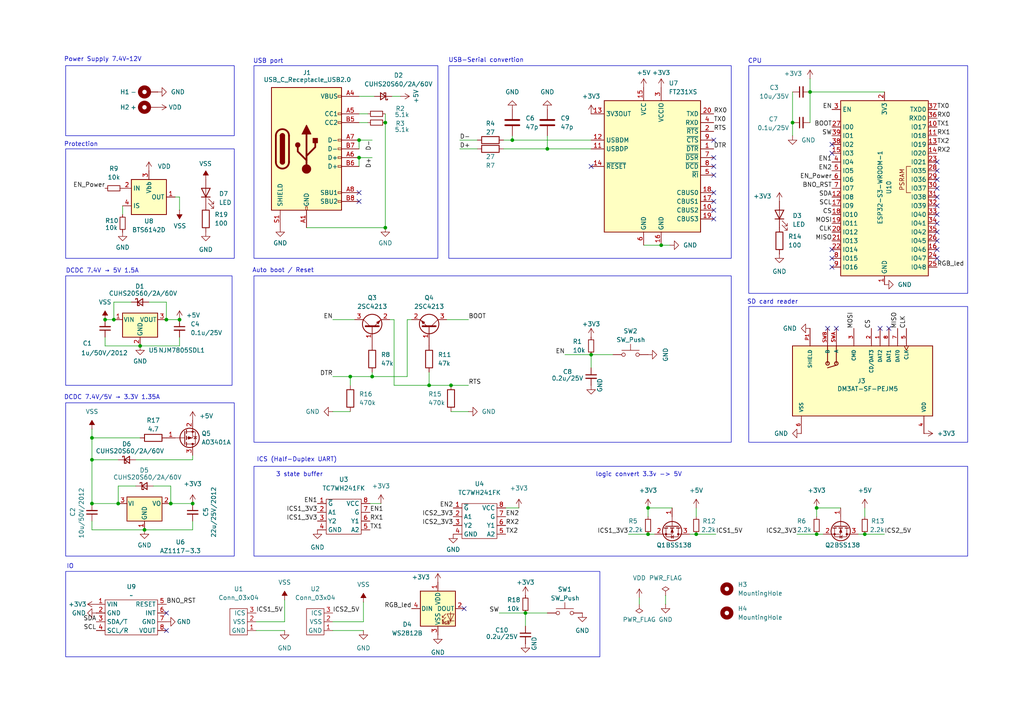
<source format=kicad_sch>
(kicad_sch (version 20231120) (generator "eeschema") (generator_version "8.0")
  (paper "A4")
  (junction (at 148.59 40.64))
  (junction (at 26.67 127))
  (junction (at 104.14 40.64))
  (junction (at 26.67 133.35))
  (junction (at 41.91 153.67))
  (junction (at 158.75 43.18))
  (junction (at 250.825 154.94))
  (junction (at 111.76 35.56))
  (junction (at 234.95 26.67))
  (junction (at 40.64 100.33))
  (junction (at 34.29 146.05))
  (junction (at 26.67 146.05))
  (junction (at 33.02 92.71))
  (junction (at 49.53 146.05))
  (junction (at 130.81 111.76))
  (junction (at 101.6 109.22))
  (junction (at 55.88 146.05))
  (junction (at 30.48 92.71))
  (junction (at 191.77 71.12))
  (junction (at 107.95 109.22))
  (junction (at 152.4 177.8))
  (junction (at 187.96 154.94))
  (junction (at 201.93 154.94))
  (junction (at 111.76 66.04))
  (junction (at 229.87 35.56))
  (junction (at 187.96 147.32))
  (junction (at 171.45 102.87))
  (junction (at 52.07 92.71))
  (junction (at 48.26 92.71))
  (junction (at 124.46 111.76))
  (junction (at 104.14 45.72))
  (junction (at 236.855 147.32))
  (junction (at 236.855 154.94))
  (no_connect (at 271.78 46.99))
  (no_connect (at 207.01 63.5))
  (no_connect (at 104.14 58.42))
  (no_connect (at 255.27 95.25))
  (no_connect (at 271.78 69.85))
  (no_connect (at 271.78 62.23))
  (no_connect (at 48.26 182.88))
  (no_connect (at 271.78 59.69))
  (no_connect (at 48.26 177.8))
  (no_connect (at 271.78 64.77))
  (no_connect (at 257.81 95.25))
  (no_connect (at 207.01 50.8))
  (no_connect (at 271.78 72.39))
  (no_connect (at 241.3 41.91))
  (no_connect (at 271.78 74.93))
  (no_connect (at 207.01 55.88))
  (no_connect (at 207.01 58.42))
  (no_connect (at 271.78 57.15))
  (no_connect (at 134.62 176.53))
  (no_connect (at 241.3 72.39))
  (no_connect (at 171.45 48.26))
  (no_connect (at 242.57 95.25))
  (no_connect (at 207.01 40.64))
  (no_connect (at 104.14 55.88))
  (no_connect (at 271.78 54.61))
  (no_connect (at 241.3 74.93))
  (no_connect (at 271.78 49.53))
  (no_connect (at 207.01 60.96))
  (no_connect (at 240.03 95.25))
  (no_connect (at 207.01 48.26))
  (no_connect (at 241.3 44.45))
  (no_connect (at 271.78 67.31))
  (no_connect (at 241.3 77.47))
  (no_connect (at 207.01 45.72))
  (no_connect (at 271.78 52.07))
  (wire (pts (xy 48.26 92.71) (xy 52.07 92.71)))
  (wire (pts (xy 55.88 151.13) (xy 55.88 153.67)))
  (wire (pts (xy 148.59 40.64) (xy 171.45 40.64)))
  (wire (pts (xy 104.14 33.02) (xy 106.68 33.02)))
  (wire (pts (xy 148.59 39.37) (xy 148.59 40.64)))
  (wire (pts (xy 34.29 133.35) (xy 26.67 133.35)))
  (wire (pts (xy 105.41 174.625) (xy 105.41 180.34)))
  (wire (pts (xy 111.76 35.56) (xy 111.76 66.04)))
  (wire (pts (xy 130.81 111.76) (xy 135.89 111.76)))
  (wire (pts (xy 158.75 39.37) (xy 158.75 43.18)))
  (wire (pts (xy 96.52 109.22) (xy 101.6 109.22)))
  (wire (pts (xy 104.14 27.94) (xy 108.585 27.94)))
  (wire (pts (xy 88.9 66.04) (xy 111.76 66.04)))
  (wire (pts (xy 158.75 43.18) (xy 171.45 43.18)))
  (wire (pts (xy 186.69 71.12) (xy 191.77 71.12)))
  (wire (pts (xy 107.95 40.64) (xy 104.14 40.64)))
  (wire (pts (xy 171.45 102.87) (xy 171.45 106.68)))
  (wire (pts (xy 163.83 102.87) (xy 171.45 102.87)))
  (wire (pts (xy 52.07 97.79) (xy 52.07 100.33)))
  (wire (pts (xy 133.35 43.18) (xy 138.43 43.18)))
  (wire (pts (xy 250.825 154.94) (xy 256.54 154.94)))
  (wire (pts (xy 26.67 151.13) (xy 26.67 153.67)))
  (wire (pts (xy 49.53 140.97) (xy 49.53 146.05)))
  (wire (pts (xy 113.03 92.71) (xy 114.3 92.71)))
  (wire (pts (xy 187.96 147.32) (xy 187.96 149.86)))
  (wire (pts (xy 110.49 146.05) (xy 107.315 146.05)))
  (wire (pts (xy 171.45 102.87) (xy 177.8 102.87)))
  (wire (pts (xy 150.495 147.32) (xy 146.685 147.32)))
  (wire (pts (xy 114.3 92.71) (xy 114.3 111.76)))
  (wire (pts (xy 52.07 57.15) (xy 52.07 60.96)))
  (wire (pts (xy 114.3 111.76) (xy 124.46 111.76)))
  (wire (pts (xy 236.855 154.94) (xy 238.76 154.94)))
  (wire (pts (xy 234.95 26.67) (xy 256.54 26.67)))
  (wire (pts (xy 104.14 35.56) (xy 106.68 35.56)))
  (wire (pts (xy 146.05 40.64) (xy 148.59 40.64)))
  (wire (pts (xy 107.95 109.22) (xy 118.11 109.22)))
  (wire (pts (xy 201.93 154.94) (xy 207.645 154.94)))
  (wire (pts (xy 191.77 71.12) (xy 194.31 71.12)))
  (wire (pts (xy 201.93 147.32) (xy 201.93 149.86)))
  (wire (pts (xy 124.46 107.95) (xy 124.46 111.76)))
  (wire (pts (xy 30.48 92.71) (xy 33.02 92.71)))
  (wire (pts (xy 38.1 87.63) (xy 33.02 87.63)))
  (wire (pts (xy 30.48 97.79) (xy 30.48 100.33)))
  (wire (pts (xy 82.55 173.99) (xy 82.55 180.34)))
  (wire (pts (xy 96.52 119.38) (xy 101.6 119.38)))
  (wire (pts (xy 26.67 153.67) (xy 41.91 153.67)))
  (wire (pts (xy 44.45 140.97) (xy 49.53 140.97)))
  (wire (pts (xy 39.37 133.35) (xy 55.88 133.35)))
  (wire (pts (xy 250.825 147.32) (xy 250.825 149.86)))
  (wire (pts (xy 152.4 177.8) (xy 152.4 181.61)))
  (wire (pts (xy 107.95 107.95) (xy 107.95 109.22)))
  (wire (pts (xy 26.67 127) (xy 40.64 127)))
  (wire (pts (xy 144.78 177.8) (xy 152.4 177.8)))
  (wire (pts (xy 50.8 57.15) (xy 52.07 57.15)))
  (wire (pts (xy 101.6 109.22) (xy 101.6 111.76)))
  (wire (pts (xy 234.95 22.86) (xy 234.95 26.67)))
  (wire (pts (xy 133.35 40.64) (xy 138.43 40.64)))
  (wire (pts (xy 48.26 87.63) (xy 48.26 92.71)))
  (wire (pts (xy 229.87 35.56) (xy 229.87 39.37)))
  (wire (pts (xy 113.665 27.94) (xy 116.205 27.94)))
  (wire (pts (xy 55.88 133.35) (xy 55.88 132.08)))
  (wire (pts (xy 152.4 177.8) (xy 158.75 177.8)))
  (wire (pts (xy 193.04 172.72) (xy 193.04 175.26)))
  (wire (pts (xy 104.14 40.64) (xy 104.14 43.18)))
  (wire (pts (xy 236.855 147.32) (xy 243.84 147.32)))
  (wire (pts (xy 107.95 45.72) (xy 104.14 45.72)))
  (wire (pts (xy 52.07 100.33) (xy 40.64 100.33)))
  (wire (pts (xy 119.38 92.71) (xy 118.11 92.71)))
  (wire (pts (xy 118.11 92.71) (xy 118.11 109.22)))
  (wire (pts (xy 26.67 146.05) (xy 34.29 146.05)))
  (wire (pts (xy 231.14 154.94) (xy 236.855 154.94)))
  (wire (pts (xy 182.245 154.94) (xy 187.96 154.94)))
  (wire (pts (xy 129.54 92.71) (xy 135.89 92.71)))
  (wire (pts (xy 33.02 87.63) (xy 33.02 92.71)))
  (wire (pts (xy 250.825 154.94) (xy 248.92 154.94)))
  (wire (pts (xy 26.67 124.46) (xy 26.67 127)))
  (wire (pts (xy 105.41 180.34) (xy 96.52 180.34)))
  (wire (pts (xy 187.96 154.94) (xy 189.865 154.94)))
  (wire (pts (xy 104.14 45.72) (xy 104.14 48.26)))
  (wire (pts (xy 26.67 127) (xy 26.67 133.35)))
  (wire (pts (xy 34.29 140.97) (xy 34.29 146.05)))
  (wire (pts (xy 229.87 26.67) (xy 229.87 35.56)))
  (wire (pts (xy 146.05 43.18) (xy 158.75 43.18)))
  (wire (pts (xy 101.6 109.22) (xy 107.95 109.22)))
  (wire (pts (xy 26.67 133.35) (xy 26.67 146.05)))
  (wire (pts (xy 187.96 147.32) (xy 194.945 147.32)))
  (wire (pts (xy 43.18 87.63) (xy 48.26 87.63)))
  (wire (pts (xy 39.37 140.97) (xy 34.29 140.97)))
  (wire (pts (xy 74.295 182.88) (xy 82.55 182.88)))
  (wire (pts (xy 130.81 119.38) (xy 135.89 119.38)))
  (wire (pts (xy 30.48 100.33) (xy 40.64 100.33)))
  (wire (pts (xy 41.91 153.67) (xy 55.88 153.67)))
  (wire (pts (xy 82.55 180.34) (xy 74.295 180.34)))
  (wire (pts (xy 96.52 182.88) (xy 105.41 182.88)))
  (wire (pts (xy 185.42 173.355) (xy 185.42 175.26)))
  (wire (pts (xy 96.52 92.71) (xy 102.87 92.71)))
  (wire (pts (xy 201.93 154.94) (xy 200.025 154.94)))
  (wire (pts (xy 236.855 147.32) (xy 236.855 149.86)))
  (wire (pts (xy 111.76 33.02) (xy 111.76 35.56)))
  (wire (pts (xy 234.95 26.67) (xy 234.95 35.56)))
  (wire (pts (xy 49.53 146.05) (xy 55.88 146.05)))
  (wire (pts (xy 124.46 111.76) (xy 130.81 111.76)))
  (wire (pts (xy 35.56 59.69) (xy 35.56 62.23)))
  (rectangle (start 19.05 19.05) (end 67.945 39.37))
  (rectangle (start 73.66 135.255) (end 280.67 161.29))
  (rectangle (start 130.175 19.05) (end 212.09 74.93))
  (rectangle (start 19.05 165.735) (end 173.99 190.5))
  (rectangle (start 217.17 19.05) (end 280.67 85.09))
  (rectangle (start 217.17 88.9) (end 280.67 128.27))
  (rectangle (start 73.66 19.05) (end 127 74.93))
  (rectangle (start 19.05 116.84) (end 67.945 161.29))
  (rectangle (start 19.05 43.18) (end 67.945 74.93))
  (rectangle (start 73.66 80.01) (end 212.09 128.27))
  (rectangle (start 19.05 80.01) (end 67.31 111.76))
  (text "USB-Serial convertion" (at 130.048 18.288 0) (effects (font (size 1.27 1.27)) (justify left bottom)))
  (text "logic convert 3.3v -> 5V" (at 172.72 138.43 0) (effects (font (size 1.27 1.27)) (justify left bottom)))
  (text "ICS (Half-Duplex UART)" (at 74.422 134.112 0) (effects (font (size 1.27 1.27)) (justify left bottom)))
  (text "3 state buffer" (at 80.01 138.43 0) (effects (font (size 1.27 1.27)) (justify left bottom)))
  (text "CPU" (at 216.916 18.542 0) (effects (font (size 1.27 1.27)) (justify left bottom)))
  (text "SD card reader" (at 216.662 88.392 0) (effects (font (size 1.27 1.27)) (justify left bottom)))
  (text "IO" (at 19.304 165.1 0) (effects (font (size 1.27 1.27)) (justify left bottom)))
  (text "Auto boot / Reset" (at 73.152 79.248 0) (effects (font (size 1.27 1.27)) (justify left bottom)))
  (text "Protection" (at 18.542 42.672 0) (effects (font (size 1.27 1.27)) (justify left bottom)))
  (text "DCDC 7.4V → 5V 1.5A" (at 19.05 79.375 0) (effects (font (size 1.27 1.27)) (justify left bottom)))
  (text "DCDC 7.4V/5V → 3.3V 1.35A" (at 18.542 116.078 0) (effects (font (size 1.27 1.27)) (justify left bottom)))
  (text "Power Supply 7.4V~12V" (at 18.542 18.034 0) (effects (font (size 1.27 1.27)) (justify left bottom)))
  (text "USB port" (at 73.406 18.542 0) (effects (font (size 1.27 1.27)) (justify left bottom)))
  (label "RGB_led" (at 271.78 77.47 0))
  (label "EN1" (at 241.3 46.99 180))
  (label "BNO_RST" (at 48.26 175.26 0))
  (label "EN2" (at 146.685 149.86 0))
  (label "RGB_led" (at 119.38 176.53 180))
  (label "CS" (at 252.73 95.25 90))
  (label "RX2" (at 271.78 44.45 0))
  (label "SCL" (at 27.94 182.88 180))
  (label "CLK" (at 241.3 67.31 180))
  (label "SDA" (at 27.94 180.34 180))
  (label "D-" (at 133.35 40.64 0))
  (label "MOSI" (at 241.3 64.77 180))
  (label "DTR" (at 207.01 43.18 0))
  (label "SCL" (at 241.3 59.69 180))
  (label "D-" (at 107.95 40.64 270))
  (label "ICS1_5V" (at 207.645 154.94 0))
  (label "ICS2_3V3" (at 231.14 154.94 180))
  (label "D+" (at 107.95 45.72 270))
  (label "D+" (at 133.35 43.18 0))
  (label "RX2" (at 146.685 152.4 0))
  (label "EN" (at 163.83 102.87 180))
  (label "EN" (at 241.3 31.75 180))
  (label "EN_Power" (at 241.3 52.07 180))
  (label "ICS1_3V3" (at 92.075 148.59 180))
  (label "TX1" (at 107.315 153.67 0))
  (label "ICS2_5V" (at 256.54 154.94 0))
  (label "ICS2_3V3" (at 131.445 152.4 180))
  (label "ICS2_3V3" (at 131.445 149.86 180))
  (label "RX0" (at 207.01 33.02 0))
  (label "RTS" (at 207.01 38.1 0))
  (label "DTR" (at 96.52 109.22 180))
  (label "CS" (at 241.3 62.23 180))
  (label "EN_Power" (at 30.48 54.61 180))
  (label "BOOT" (at 135.89 92.71 0))
  (label "EN" (at 96.52 92.71 180))
  (label "MISO" (at 241.3 69.85 180))
  (label "TX2" (at 146.685 154.94 0))
  (label "RTS" (at 135.89 111.76 0))
  (label "EN1" (at 107.315 148.59 0))
  (label "CLK" (at 262.89 95.25 90))
  (label "BOOT" (at 241.3 36.83 180))
  (label "ICS1_5V" (at 74.295 177.8 0))
  (label "RX0" (at 271.78 34.29 0))
  (label "SW" (at 144.78 177.8 180))
  (label "MISO" (at 260.35 95.25 90))
  (label "TX0" (at 271.78 31.75 0))
  (label "ICS1_3V3" (at 182.245 154.94 180))
  (label "BNO_RST" (at 241.3 54.61 180))
  (label "EN2" (at 131.445 147.32 180))
  (label "ICS1_3V3" (at 92.075 151.13 180))
  (label "MOSI" (at 247.65 95.25 90))
  (label "RX1" (at 271.78 39.37 0))
  (label "RX1" (at 107.315 151.13 0))
  (label "SDA" (at 241.3 57.15 180))
  (label "EN2" (at 241.3 49.53 180))
  (label "TX1" (at 271.78 36.83 0))
  (label "ICS2_5V" (at 96.52 177.8 0))
  (label "TX0" (at 207.01 35.56 0))
  (label "TX2" (at 271.78 41.91 0))
  (label "EN1" (at 92.075 146.05 180))
  (label "SW" (at 241.3 39.37 180))
  (symbol (lib_id "power:GND") (at 105.41 182.88 0) (unit 1)
    (property "Reference" "#PWR014" (effects (hide yes)))
    (property "Value" "GND" (at 105.41 187.96 0))
    (property "Description" "Power symbol creates a global label with name \"GND\" , ground" (effects (hide yes)))
  )
  (symbol (lib_id "power:GND") (at 193.04 175.26 0) (unit 1)
    (property "Reference" "#PWR037" (effects (hide yes)))
    (property "Value" "GND" (at 193.04 179.705 0))
    (property "Description" "Power symbol creates a global label with name \"GND\" , ground" (effects (hide yes)))
  )
  (symbol (lib_id "power:GND") (at 92.075 153.67 0) (unit 1)
    (property "Reference" "#PWR019" (effects (hide yes)))
    (property "Value" "GND" (at 92.075 158.75 0))
    (property "Description" "Power symbol creates a global label with name \"GND\" , ground" (effects (hide yes)))
  )
  (symbol (lib_id "power:GND") (at 40.64 100.33 0) (unit 1)
    (property "Reference" "#PWR025" (effects (hide yes)))
    (property "Value" "GND" (at 40.64 104.775 0))
    (property "Description" "Power symbol creates a global label with name \"GND\" , ground" (effects (hide yes)))
  )
  (symbol (lib_id "Mechanical:MountingHole") (at 210.82 177.8 0) (unit 1)
    (property "Reference" "H4" (at 213.995 176.5299 0) (effects (justify left)))
    (property "Value" "MountingHole" (at 213.995 179.0699 0) (effects (justify left)))
    (property "Footprint" "Mounting:MountingHole_3.2mm_M3_DIN965" (effects (hide yes)))
    (property "Description" "Mounting Hole without connection" (effects (hide yes)))
  )
  (symbol (lib_id "Device:C") (at 158.75 35.56 0) (unit 1)
    (property "Reference" "C9" (at 162.56 34.2899 0) (effects (justify left)))
    (property "Value" "47p" (at 162.56 36.8299 0) (effects (justify left)))
    (property "Description" "Unpolarized capacitor" (effects (hide yes)))
  )
  (symbol (lib_id "power:PWR_FLAG") (at 185.42 175.26 180) (unit 1)
    (property "Reference" "#FLG01" (effects (hide yes)))
    (property "Value" "PWR_FLAG" (at 185.42 179.705 0))
    (property "Description" "Special symbol for telling ERC where power comes from" (effects (hide yes)))
  )
  (symbol (lib_id "Device:R_Small") (at 35.56 64.77 0) (unit 1)
    (property "Reference" "R10" (at 30.48 64.008 0) (effects (justify left)))
    (property "Value" "10k" (at 30.48 66.04 0) (effects (justify left)))
    (property "Footprint" "Resistor_SMD:R_0603_1608Metric" (effects (hide yes)))
    (property "Description" "Resistor, small symbol" (effects (hide yes)))
  )
  (symbol (lib_id "power:+3V3") (at 127 168.91 0) (unit 1)
    (property "Reference" "#PWR047" (effects (hide yes)))
    (property "Value" "+3V3" (at 124.714 167.386 0) (effects (justify right)))
    (property "Description" "Power symbol creates a global label with name \"+3V3\"" (effects (hide yes)))
  )
  (symbol (lib_id "Device:LED") (at 226.06 62.23 90) (unit 1)
    (property "Reference" "D3" (at 229.87 62.5474 90) (effects (justify right)))
    (property "Value" "LED" (at 229.87 65.0874 90) (effects (justify right)))
    (property "Description" "Light emitting diode" (effects (hide yes)))
  )
  (symbol (lib_id "Device:R_Small") (at 236.855 152.4 0) (unit 1)
    (property "Reference" "R6" (at 231.14 151.13 0) (effects (justify left)))
    (property "Value" "2.2k" (at 231.14 153.67 0) (effects (justify left)))
    (property "Footprint" "Resistor_SMD:R_0603_1608Metric" (effects (hide yes)))
    (property "Description" "Resistor, small symbol" (effects (hide yes)))
  )
  (symbol (lib_id "power:VSS") (at 59.69 52.07 0) (unit 1)
    (property "Reference" "#PWR055" (effects (hide yes)))
    (property "Value" "VSS" (at 61.468 47.498 0) (effects (justify right)))
    (property "Description" "Power symbol creates a global label with name \"VSS\"" (effects (hide yes)))
  )
  (symbol (lib_id "power:GND") (at 152.4 186.69 0) (unit 1)
    (property "Reference" "#PWR053" (effects (hide yes)))
    (property "Value" "GND" (at 154.94 188.722 90) (effects (justify left)))
    (property "Description" "Power symbol creates a global label with name \"GND\" , ground" (effects (hide yes)))
  )
  (symbol (lib_id "power:+3V3") (at 236.855 147.32 0) (unit 1)
    (property "Reference" "#PWR03" (effects (hide yes)))
    (property "Value" "+3V3" (at 236.855 142.24 0))
    (property "Description" "Power symbol creates a global label with name \"+3V3\"" (effects (hide yes)))
  )
  (symbol (lib_id "Device:R_Small") (at 33.02 54.61 270) (mirror x) (unit 1)
    (property "Reference" "R9" (at 33.02 48.895 90))
    (property "Value" "10k" (at 33.02 51.435 90))
    (property "Footprint" "Resistor_SMD:R_0603_1608Metric" (effects (hide yes)))
    (property "Description" "Resistor, small symbol" (effects (hide yes)))
  )
  (symbol (lib_id "Transistor_BJT:2SC4213") (at 107.95 95.25 90) (unit 1)
    (property "Reference" "Q3" (at 107.95 86.36 90))
    (property "Value" "2SC4213" (at 107.95 88.9 90))
    (property "Footprint" "Package_TO_SOT_SMD:SOT-323_SC-70" (effects (hide yes)))
    (property "Datasheet" "https://toshiba.semicon-storage.com/info/docget.jsp?did=19305&prodName=2SC4213" (effects (hide yes)))
    (property "Description" "0.3A Ic, 20V Vce, NPN Transistor, For Muting and Switching, SOT-323" (effects (hide yes)))
  )
  (symbol (lib_id "Device:C_Small") (at 232.41 26.67 90) (unit 1)
    (property "Reference" "C3" (at 224.536 25.4 90))
    (property "Value" "10u/35V" (at 224.536 27.94 90))
    (property "Footprint" "Capacitor_SMD:C_0603_1608Metric" (effects (hide yes)))
    (property "Description" "Unpolarized capacitor, small symbol" (effects (hide yes)))
  )
  (symbol (lib_id "Device:C_Small") (at 171.45 109.22 0) (unit 1)
    (property "Reference" "C8" (at 164.592 107.823 0))
    (property "Value" "0.2u/25V" (at 164.592 109.728 0))
    (property "Footprint" "Capacitor_SMD:C_0603_1608Metric" (effects (hide yes)))
    (property "Description" "Unpolarized capacitor, small symbol" (effects (hide yes)))
  )
  (symbol (lib_id "power:GND") (at 45.72 26.67 90) (mirror x) (unit 1)
    (property "Reference" "#PWR01" (effects (hide yes)))
    (property "Value" "GND" (at 49.53 26.6699 90) (effects (justify right)))
    (property "Description" "Power symbol creates a global label with name \"GND\" , ground" (effects (hide yes)))
  )
  (symbol (lib_id "power:VDD") (at 43.18 49.53 0) (unit 1)
    (property "Reference" "#PWR039" (effects (hide yes)))
    (property "Value" "VDD" (at 45.72 48.2599 0) (effects (justify left)))
    (property "Description" "Power symbol creates a global label with name \"VDD\"" (effects (hide yes)))
  )
  (symbol (lib_id "IMU:BNO055") (at 38.1 172.72 0) (unit 1)
    (property "Reference" "U9" (at 38.1 170.18 0))
    (property "Value" "~" (at 38.1 172.72 0))
    (property "Footprint" "IMU:BNO055" (effects (hide yes)))
  )
  (symbol (lib_id "power:GND") (at 168.91 177.8 0) (unit 1)
    (property "Reference" "#PWR054" (effects (hide yes)))
    (property "Value" "GND" (at 168.91 182.88 0))
    (property "Description" "Power symbol creates a global label with name \"GND\" , ground" (effects (hide yes)))
  )
  (symbol (lib_id "Transistor_FET:BSS138") (at 243.84 152.4 270) (unit 1)
    (property "Reference" "Q2" (at 240.665 158.115 90))
    (property "Value" "BSS138" (at 245.745 158.115 90))
    (property "Footprint" "Package_TO_SOT_SMD:SOT-23" (effects (hide yes)))
    (property "Datasheet" "https://www.onsemi.com/pub/Collateral/BSS138-D.PDF" (effects (hide yes)))
    (property "Description" "50V Vds, 0.22A Id, N-Channel MOSFET, SOT-23" (effects (hide yes)))
  )
  (symbol (lib_id "power:VSS") (at 52.07 60.96 180) (unit 1)
    (property "Reference" "#PWR043" (effects (hide yes)))
    (property "Value" "VSS" (at 50.292 65.532 0) (effects (justify right)))
    (property "Description" "Power symbol creates a global label with name \"VSS\"" (effects (hide yes)))
  )
  (symbol (lib_id "Connector:USB_C_Receptacle_USB2.0") (at 88.9 43.18 0) (unit 1)
    (property "Reference" "J1" (at 89.027 21.082 0))
    (property "Value" "USB_C_Receptacle_USB2.0" (at 89.154 23.114 0))
    (property "Footprint" "Connector_USB:USB_C_Receptacle_XKB_U262-16XN-4BVC11" (effects (hide yes)))
    (property "Datasheet" "https://www.usb.org/sites/default/files/documents/usb_type-c.zip" (effects (hide yes)))
  )
  (symbol (lib_id "Device:C") (at 148.59 35.56 0) (unit 1)
    (property "Reference" "C6" (at 152.4 34.2899 0) (effects (justify left)))
    (property "Value" "47p" (at 152.4 36.8299 0) (effects (justify left)))
    (property "Description" "Unpolarized capacitor" (effects (hide yes)))
  )
  (symbol (lib_id "power:+5V") (at 55.88 121.92 0) (unit 1)
    (property "Reference" "#PWR050" (effects (hide yes)))
    (property "Value" "+5V" (at 57.785 120.65 0) (effects (justify left)))
    (property "Description" "Power symbol creates a global label with name \"+5V\"" (effects (hide yes)))
  )
  (symbol (lib_id "Device:C_Small") (at 55.88 148.59 0) (unit 1)
    (property "Reference" "C5" (at 59.69 149.86 90) (effects (justify left)))
    (property "Value" "22u/25V/2012" (at 61.976 155.956 90) (effects (justify left)))
    (property "Footprint" "Capacitor_SMD:C_0805_2012Metric" (effects (hide yes)))
    (property "Description" "Unpolarized capacitor, small symbol" (effects (hide yes)))
  )
  (symbol (lib_id "Transistor_BJT:2SC4213") (at 124.46 95.25 270) (mirror x) (unit 1)
    (property "Reference" "Q4" (at 124.46 86.36 90))
    (property "Value" "2SC4213" (at 124.46 88.9 90))
    (property "Footprint" "Package_TO_SOT_SMD:SOT-323_SC-70" (effects (hide yes)))
    (property "Datasheet" "https://toshiba.semicon-storage.com/info/docget.jsp?did=19305&prodName=2SC4213" (effects (hide yes)))
    (property "Description" "0.3A Ic, 20V Vce, NPN Transistor, For Muting and Switching, SOT-323" (effects (hide yes)))
  )
  (symbol (lib_id "Regulator_Linear:AZ1117-3.3") (at 41.91 146.05 0) (unit 1)
    (property "Reference" "U6" (at 52.324 157.226 0))
    (property "Value" "AZ1117-3.3" (at 52.324 159.766 0))
    (property "Footprint" "Package_TO_SOT_SMD:SOT-223-3_TabPin2" (effects (hide yes)))
    (property "Datasheet" "https://www.diodes.com/assets/Datasheets/AZ1117.pdf" (effects (hide yes)))
    (property "Description" "1A 20V Fixed LDO Linear Regulator, 3.3V, SOT-89/SOT-223/TO-220/TO-252/TO-263" (effects (hide yes)))
  )
  (symbol (lib_id "Transistor_FET:BSS138") (at 194.945 152.4 270) (unit 1)
    (property "Reference" "Q1" (at 191.77 158.115 90))
    (property "Value" "BSS138" (at 196.85 158.115 90))
    (property "Footprint" "Package_TO_SOT_SMD:SOT-23" (effects (hide yes)))
    (property "Datasheet" "https://www.onsemi.com/pub/Collateral/BSS138-D.PDF" (effects (hide yes)))
    (property "Description" "50V Vds, 0.22A Id, N-Channel MOSFET, SOT-23" (effects (hide yes)))
  )
  (symbol (lib_id "Device:R") (at 59.69 63.5 0) (unit 1)
    (property "Reference" "R19" (at 62.23 62.2299 0) (effects (justify left)))
    (property "Value" "100" (at 62.23 64.7699 0) (effects (justify left)))
    (property "Description" "Resistor" (effects (hide yes)))
  )
  (symbol (lib_id "Device:R") (at 124.46 104.14 0) (unit 1)
    (property "Reference" "R11" (at 127 102.8699 0) (effects (justify left)))
    (property "Value" "47k" (at 127 105.4099 0) (effects (justify left)))
    (property "Description" "Resistor" (effects (hide yes)))
  )
  (symbol (lib_id "power:GND") (at 81.28 66.04 0) (unit 1)
    (property "Reference" "#PWR032" (effects (hide yes)))
    (property "Value" "GND" (at 81.28 70.485 0))
    (property "Description" "Power symbol creates a global label with name \"GND\" , ground" (effects (hide yes)))
  )
  (symbol (lib_id "RF_Module:ESP32-S3-WROOM-1") (at 256.54 54.61 0) (unit 1)
    (property "Reference" "U10" (at 257.81 54.356 90))
    (property "Value" "ESP32-S3-WROOM-1" (at 255.27 54.356 90))
    (property "Footprint" "RF_Module:ESP32-S3-WROOM-1" (effects (hide yes)))
    (property "Datasheet" "https://www.espressif.com/sites/default/files/documentation/esp32-s3-wroom-1_wroom-1u_datasheet_en.pdf" (effects (hide yes)))
    (property "Description" "RF Module, ESP32-S3 SoC, Wi-Fi 802.11b/g/n, Bluetooth, BLE, 32-bit, 3.3V, onboard antenna, SMD" (effects (hide yes)))
  )
  (symbol (lib_id "Device:D_Schottky_Small") (at 36.83 133.35 0) (unit 1)
    (property "Reference" "D6" (at 38.1 128.778 0) (effects (justify right)))
    (property "Value" "CUHS20S60/2A/60V" (at 47.625 130.81 0) (effects (justify right)))
    (property "Footprint" "Diode:Diode_US2H" (effects (hide yes)))
    (property "Description" "Schottky diode, small symbol" (effects (hide yes)))
  )
  (symbol (lib_id "Device:R") (at 44.45 127 90) (unit 1)
    (property "Reference" "R17" (at 44.45 121.92 90))
    (property "Value" "4.7" (at 44.45 124.46 90))
    (property "Description" "Resistor" (effects (hide yes)))
  )
  (symbol (lib_id "power:GND") (at 111.76 66.04 0) (unit 1)
    (property "Reference" "#PWR011" (effects (hide yes)))
    (property "Value" "GND" (at 111.76 70.485 0))
    (property "Description" "Power symbol creates a global label with name \"GND\" , ground" (effects (hide yes)))
  )
  (symbol (lib_id "power:GND") (at 59.69 67.31 0) (unit 1)
    (property "Reference" "#PWR056" (effects (hide yes)))
    (property "Value" "GND" (at 59.69 72.39 0))
    (property "Description" "Power symbol creates a global label with name \"GND\" , ground" (effects (hide yes)))
  )
  (symbol (lib_id "power:GND") (at 48.26 180.34 90) (mirror x) (unit 1)
    (property "Reference" "#PWR049" (effects (hide yes)))
    (property "Value" "GND" (at 55.372 180.34 90) (effects (justify left)))
    (property "Description" "Power symbol creates a global label with name \"GND\" , ground" (effects (hide yes)))
  )
  (symbol (lib_id "LED:WS2812B") (at 127 176.53 0) (unit 1)
    (property "Reference" "D4" (at 118.11 181.102 0))
    (property "Value" "WS2812B" (at 118.11 183.642 0))
    (property "Footprint" "LED_SMD:LED_WS2812B_PLCC4_5.0x5.0mm_P3.2mm" (effects (hide yes)))
    (property "Datasheet" "https://cdn-shop.adafruit.com/datasheets/WS2812B.pdf" (effects (hide yes)))
    (property "Description" "RGB LED with integrated controller" (effects (hide yes)))
  )
  (symbol (lib_id "Interface_USB:FT231XS") (at 189.23 48.26 0) (unit 1)
    (property "Reference" "U7" (at 193.9641 24.13 0) (effects (justify left)))
    (property "Value" "FT231XS" (at 193.9641 26.67 0) (effects (justify left)))
    (property "Footprint" "Package_SO:SSOP-20_3.9x8.7mm_P0.635mm" (effects (hide yes)))
    (property "Datasheet" "https://www.ftdichip.com/Support/Documents/DataSheets/ICs/DS_FT231X.pdf" (effects (hide yes)))
    (property "Description" "Full Speed USB to Full Handshake UART, SSOP-20" (effects (hide yes)))
  )
  (symbol (lib_id "power:+3V3") (at 55.88 146.05 0) (unit 1)
    (property "Reference" "#PWR031" (effects (hide yes)))
    (property "Value" "+3V3" (at 55.88 140.335 0))
    (property "Description" "Power symbol creates a global label with name \"+3V3\"" (effects (hide yes)))
  )
  (symbol (lib_id "power:+5V") (at 250.825 147.32 0) (unit 1)
    (property "Reference" "#PWR018" (effects (hide yes)))
    (property "Value" "+5V" (at 250.825 142.24 0))
    (property "Description" "Power symbol creates a global label with name \"+5V\"" (effects (hide yes)))
  )
  (symbol (lib_id "Device:C_Small") (at 30.48 95.25 0) (mirror x) (unit 1)
    (property "Reference" "C1" (at 26.67 99.568 0) (effects (justify right)))
    (property "Value" "1u/50V/2012" (at 37.084 102.362 0) (effects (justify right)))
    (property "Footprint" "Capacitor_SMD:C_0805_2012Metric" (effects (hide yes)))
    (property "Description" "Unpolarized capacitor, small symbol" (effects (hide yes)))
  )
  (symbol (lib_id "Device:R_Small") (at 187.96 152.4 0) (unit 1)
    (property "Reference" "R5" (at 182.245 151.13 0) (effects (justify left)))
    (property "Value" "2.2k" (at 182.245 153.67 0) (effects (justify left)))
    (property "Footprint" "Resistor_SMD:R_0603_1608Metric" (effects (hide yes)))
    (property "Description" "Resistor, small symbol" (effects (hide yes)))
  )
  (symbol (lib_id "Device:R_Small") (at 201.93 152.4 0) (mirror y) (unit 1)
    (property "Reference" "R12" (at 207.645 151.13 0) (effects (justify left)))
    (property "Value" "2.2k" (at 207.645 153.67 0) (effects (justify left)))
    (property "Footprint" "Resistor_SMD:R_0603_1608Metric" (effects (hide yes)))
    (property "Description" "Resistor, small symbol" (effects (hide yes)))
  )
  (symbol (lib_id "power:VSS") (at 105.41 174.625 0) (unit 1)
    (property "Reference" "#PWR013" (effects (hide yes)))
    (property "Value" "VSS" (at 105.41 169.545 0))
    (property "Description" "Power symbol creates a global label with name \"VSS\"" (effects (hide yes)))
  )
  (symbol (lib_id "Logic:TC7WH241FK") (at 139.065 144.78 0) (unit 1)
    (property "Reference" "U4" (at 139.065 140.335 0))
    (property "Value" "TC7WH241FK" (at 139.065 142.875 0))
    (property "Footprint" "Logic:US-8" (effects (hide yes)))
  )
  (symbol (lib_id "Switch:SW_Push") (at 163.83 177.8 0) (unit 1)
    (property "Reference" "SW1" (at 165.862 170.942 0) (effects (justify right)))
    (property "Value" "SW_Push" (at 168.148 173.482 0) (effects (justify right)))
    (property "Footprint" "Button_Switch_SMD:SKRPACE010" (effects (hide yes)))
    (property "Description" "Push button switch, generic, two pins" (effects (hide yes)))
  )
  (symbol (lib_id "power:+3V3") (at 171.45 97.79 0) (unit 1)
    (property "Reference" "#PWR07" (effects (hide yes)))
    (property "Value" "+3V3" (at 171.45 93.98 0))
    (property "Description" "Power symbol creates a global label with name \"+3V3\"" (effects (hide yes)))
  )
  (symbol (lib_id "Device:D_Schottky_Small") (at 111.125 27.94 180) (unit 1)
    (property "Reference" "D2" (at 115.57 21.844 0))
    (property "Value" "CUHS20S60/2A/60V" (at 115.57 24.384 0))
    (property "Footprint" "Diode:Diode_US2H" (effects (hide yes)))
    (property "Description" "Schottky diode, small symbol" (effects (hide yes)))
  )
  (symbol (lib_id "power:+5V") (at 186.69 25.4 0) (unit 1)
    (property "Reference" "#PWR034" (effects (hide yes)))
    (property "Value" "+5V" (at 186.69 21.082 0))
    (property "Description" "Power symbol creates a global label with name \"+5V\"" (effects (hide yes)))
  )
  (symbol (lib_id "power:+3V3") (at 191.77 25.4 0) (unit 1)
    (property "Reference" "#PWR045" (effects (hide yes)))
    (property "Value" "+3V3" (at 191.77 21.082 0))
    (property "Description" "Power symbol creates a global label with name \"+3V3\"" (effects (hide yes)))
  )
  (symbol (lib_id "power:GND") (at 234.95 95.25 270) (unit 1)
    (property "Reference" "#PWR017" (effects (hide yes)))
    (property "Value" "GND" (at 231.14 95.2499 90) (effects (justify right)))
    (property "Description" "Power symbol creates a global label with name \"GND\" , ground" (effects (hide yes)))
  )
  (symbol (lib_id "power:GND") (at 187.96 102.87 90) (unit 1)
    (property "Reference" "#PWR06" (effects (hide yes)))
    (property "Value" "GND" (at 193.04 102.87 0))
    (property "Description" "Power symbol creates a global label with name \"GND\" , ground" (effects (hide yes)))
  )
  (symbol (lib_id "power:GND") (at 127 184.15 0) (unit 1)
    (property "Reference" "#PWR048" (effects (hide yes)))
    (property "Value" "GND" (at 127 189.23 0))
    (property "Description" "Power symbol creates a global label with name \"GND\" , ground" (effects (hide yes)))
  )
  (symbol (lib_id "Transistor_FET:AO3401A") (at 53.34 127 0) (mirror x) (unit 1)
    (property "Reference" "Q5" (at 58.42 125.73 0) (effects (justify left)))
    (property "Value" "AO3401A" (at 58.42 128.27 0) (effects (justify left)))
    (property "Footprint" "Package_TO_SOT_SMD:SOT-23" (effects (hide yes)))
    (property "Datasheet" "http://www.aosmd.com/pdfs/datasheet/AO3401A.pdf" (effects (hide yes)))
    (property "Description" "-4.0A Id, -30V Vds, P-Channel MOSFET, SOT-23" (effects (hide yes)))
  )
  (symbol (lib_id "power:GND") (at 194.31 71.12 90) (unit 1)
    (property "Reference" "#PWR033" (effects (hide yes)))
    (property "Value" "GND" (at 198.12 71.1199 90) (effects (justify right)))
    (property "Description" "Power symbol creates a global label with name \"GND\" , ground" (effects (hide yes)))
  )
  (symbol (lib_id "power:GND") (at 27.94 177.8 270) (mirror x) (unit 1)
    (property "Reference" "#PWR04" (effects (hide yes)))
    (property "Value" "GND" (at 20.828 177.8 90) (effects (justify left)))
    (property "Description" "Power symbol creates a global label with name \"GND\" , ground" (effects (hide yes)))
  )
  (symbol (lib_id "Device:C_Small") (at 152.4 184.15 0) (unit 1)
    (property "Reference" "C10" (at 145.542 182.753 0))
    (property "Value" "0.2u/25V" (at 145.542 184.658 0))
    (property "Footprint" "Capacitor_SMD:C_0603_1608Metric" (effects (hide yes)))
    (property "Description" "Unpolarized capacitor, small symbol" (effects (hide yes)))
  )
  (symbol (lib_id "power:GND") (at 41.91 153.67 0) (unit 1)
    (property "Reference" "#PWR026" (effects (hide yes)))
    (property "Value" "GND" (at 41.91 158.115 0))
    (property "Description" "Power symbol creates a global label with name \"GND\" , ground" (effects (hide yes)))
  )
  (symbol (lib_id "Device:R_Small") (at 109.22 33.02 90) (unit 1)
    (property "Reference" "R2" (at 116.078 31.496 90))
    (property "Value" "5.1k" (at 116.586 33.274 90))
    (property "Footprint" "Resistor_SMD:R_0603_1608Metric" (effects (hide yes)))
    (property "Description" "Resistor, small symbol" (effects (hide yes)))
  )
  (symbol (lib_id "power:GND") (at 82.55 182.88 0) (unit 1)
    (property "Reference" "#PWR010" (effects (hide yes)))
    (property "Value" "GND" (at 82.55 187.96 0))
    (property "Description" "Power symbol creates a global label with name \"GND\" , ground" (effects (hide yes)))
  )
  (symbol (lib_id "Device:R_Small") (at 171.45 100.33 180) (unit 1)
    (property "Reference" "R1" (at 166.116 99.06 0) (effects (justify right)))
    (property "Value" "10k" (at 166.116 101.6 0) (effects (justify right)))
    (property "Footprint" "Resistor_SMD:R_0603_1608Metric" (effects (hide yes)))
    (property "Description" "Resistor, small symbol" (effects (hide yes)))
  )
  (symbol (lib_id "power:GND") (at 171.45 111.76 0) (unit 1)
    (property "Reference" "#PWR040" (effects (hide yes)))
    (property "Value" "GND" (at 173.99 113.792 90) (effects (justify left)))
    (property "Description" "Power symbol creates a global label with name \"GND\" , ground" (effects (hide yes)))
  )
  (symbol (lib_id "power:+3V3") (at 234.95 22.86 0) (unit 1)
    (property "Reference" "#PWR028" (effects (hide yes)))
    (property "Value" "+3V3" (at 232.664 21.336 0) (effects (justify right)))
    (property "Description" "Power symbol creates a global label with name \"+3V3\"" (effects (hide yes)))
  )
  (symbol (lib_id "Mechanical:MountingHole_Pad") (at 43.18 26.67 90) (unit 1)
    (property "Reference" "H1" (at 36.195 26.67 90))
    (property "Value" "-" (at 38.735 26.67 90))
    (property "Footprint" "MountingHole:MountingHole_2.5mm_Pad" (effects (hide yes)))
    (property "Description" "Mounting Hole with connection" (effects (hide yes)))
  )
  (symbol (lib_id "Regulator_Linear:AP2204R-1.5") (at 40.64 92.71 0) (unit 1)
    (property "Reference" "U5" (at 44.45 101.6 0))
    (property "Value" "NJM7805SDL1" (at 52.705 101.6 0))
    (property "Footprint" "Package_TO_SOT_SMD:SOT-89-3" (effects (hide yes)))
    (property "Datasheet" "https://www.diodes.com/assets/Datasheets/products_inactive_data/AP2204.pdf" (effects (hide yes)))
    (property "Description" "150mA low dropout linear regulator, wide input voltage range, 1.5V fixed positive output, SOT-89-3 package" (effects (hide yes)))
  )
  (symbol (lib_id "power:PWR_FLAG") (at 193.04 172.72 0) (unit 1)
    (property "Reference" "#FLG03" (effects (hide yes)))
    (property "Value" "PWR_FLAG" (at 193.04 167.64 0))
    (property "Description" "Special symbol for telling ERC where power comes from" (effects (hide yes)))
  )
  (symbol (lib_id "power:VDD") (at 185.42 173.355 0) (unit 1)
    (property "Reference" "#PWR027" (effects (hide yes)))
    (property "Value" "VDD" (at 185.42 167.64 0))
    (property "Description" "Power symbol creates a global label with name \"VDD\"" (effects (hide yes)))
  )
  (symbol (lib_id "power:GND") (at 35.56 67.31 0) (unit 1)
    (property "Reference" "#PWR038" (effects (hide yes)))
    (property "Value" "GND" (at 35.56 71.755 0))
    (property "Description" "Power symbol creates a global label with name \"GND\" , ground" (effects (hide yes)))
  )
  (symbol (lib_id "Device:R") (at 226.06 69.85 0) (unit 1)
    (property "Reference" "R14" (at 228.6 68.5799 0) (effects (justify left)))
    (property "Value" "100" (at 228.6 71.1199 0) (effects (justify left)))
    (property "Description" "Resistor" (effects (hide yes)))
  )
  (symbol (lib_id "Device:R_Small") (at 109.22 35.56 90) (unit 1)
    (property "Reference" "R3" (at 116.078 35.814 90))
    (property "Value" "5.1k" (at 116.586 37.592 90))
    (property "Footprint" "Resistor_SMD:R_0603_1608Metric" (effects (hide yes)))
    (property "Description" "Resistor, small symbol" (effects (hide yes)))
  )
  (symbol (lib_id "power:GND") (at 158.75 31.75 180) (unit 1)
    (property "Reference" "#PWR030" (effects (hide yes)))
    (property "Value" "GND" (at 158.75 26.67 0))
    (property "Description" "Power symbol creates a global label with name \"GND\" , ground" (effects (hide yes)))
  )
  (symbol (lib_id "power:+3V3") (at 226.06 58.42 0) (unit 1)
    (property "Reference" "#PWR041" (effects (hide yes)))
    (property "Value" "+3V3" (at 223.774 56.896 0) (effects (justify right)))
    (property "Description" "Power symbol creates a global label with name \"+3V3\"" (effects (hide yes)))
  )
  (symbol (lib_id "power:VSS") (at 82.55 173.99 0) (unit 1)
    (property "Reference" "#PWR09" (effects (hide yes)))
    (property "Value" "VSS" (at 82.55 168.91 0))
    (property "Description" "Power symbol creates a global label with name \"VSS\"" (effects (hide yes)))
  )
  (symbol (lib_id "Device:LED") (at 59.69 55.88 90) (unit 1)
    (property "Reference" "D7" (at 63.5 56.1974 90) (effects (justify right)))
    (property "Value" "LED" (at 63.5 58.7374 90) (effects (justify right)))
    (property "Description" "Light emitting diode" (effects (hide yes)))
  )
  (symbol (lib_id "power:GND") (at 96.52 119.38 270) (unit 1)
    (property "Reference" "#PWR036" (effects (hide yes)))
    (property "Value" "GND" (at 92.71 119.3799 90) (effects (justify right)))
    (property "Description" "Power symbol creates a global label with name \"GND\" , ground" (effects (hide yes)))
  )
  (symbol (lib_id "Switch:SW_Push") (at 182.88 102.87 0) (unit 1)
    (property "Reference" "SW2" (at 184.912 96.012 0) (effects (justify right)))
    (property "Value" "SW_Push" (at 187.198 98.552 0) (effects (justify right)))
    (property "Footprint" "Button_Switch_SMD:SKRPACE010" (effects (hide yes)))
    (property "Description" "Push button switch, generic, two pins" (effects (hide yes)))
  )
  (symbol (lib_id "Device:R") (at 107.95 104.14 0) (unit 1)
    (property "Reference" "R8" (at 110.49 102.8699 0) (effects (justify left)))
    (property "Value" "47k" (at 110.49 105.4099 0) (effects (justify left)))
    (property "Description" "Resistor" (effects (hide yes)))
  )
  (symbol (lib_id "DM3AT-SF-PEJM5:DM3AT-SF-PEJM5") (at 250.19 110.49 270) (unit 1)
    (property "Reference" "J3" (at 248.666 110.49 90) (effects (justify left)))
    (property "Value" "DM3AT-SF-PEJM5" (at 242.824 112.776 90) (effects (justify left)))
    (property "Footprint" "DM3AT-SF-PEJM5:HRS_DM3AT-SF-PEJM5" (effects (hide yes)))
    (property "MF" "Hirose Electric Co Ltd" (effects (hide yes)))
    (property "MAXIMUM_PACKAGE_HEIGHT" "1.83 mm" (effects (hide yes)))
    (property "Package" "None" (effects (hide yes)))
    (property "Price" "None" (effects (hide yes)))
    (property "Check_prices" "https://www.snapeda.com/parts/DM3AT-SF-PEJM5/Hirose+Electric+Co+Ltd/view-part/?ref=eda" (effects (hide yes)))
    (property "STANDARD" "Manufacturer Recommendations" (effects (hide yes)))
    (property "PARTREV" "20200913" (effects (hide yes)))
    (property "SnapEDA_Link" "https://www.snapeda.com/parts/DM3AT-SF-PEJM5/Hirose+Electric+Co+Ltd/view-part/?ref=snap" (effects (hide yes)))
    (property "MP" "DM3AT-SF-PEJM5" (effects (hide yes)))
    (property "Description_1" "\n                        \n                            10 (8 + 2) Position Card Connector Secure Digital - microSD™ Surface Mount, Right Angle Gold\n                        \n" (effects (hide yes)))
    (property "Availability" "In Stock" (effects (hide yes)))
    (property "MANUFACTURER" "Hirose Electric Co Ltd" (effects (hide yes)))
  )
  (symbol (lib_id "power:GND") (at 135.89 119.38 90) (unit 1)
    (property "Reference" "#PWR035" (effects (hide yes)))
    (property "Value" "GND" (at 139.7 119.3799 90) (effects (justify right)))
    (property "Description" "Power symbol creates a global label with name \"GND\" , ground" (effects (hide yes)))
  )
  (symbol (lib_id "Device:C_Small") (at 26.67 148.59 0) (mirror x) (unit 1)
    (property "Reference" "C2" (at 21.082 149.86 90) (effects (justify right)))
    (property "Value" "10u/50V/2012" (at 23.622 156.21 90) (effects (justify right)))
    (property "Footprint" "Capacitor_SMD:C_0805_2012Metric" (effects (hide yes)))
    (property "Description" "Unpolarized capacitor, small symbol" (effects (hide yes)))
  )
  (symbol (lib_id "Logic:TC7WH241FK") (at 99.695 143.51 0) (unit 1)
    (property "Reference" "U3" (at 99.695 139.065 0))
    (property "Value" "TC7WH241FK" (at 99.695 141.605 0))
    (property "Footprint" "Logic:US-8" (effects (hide yes)))
  )
  (symbol (lib_id "power:GND") (at 232.41 125.73 270) (unit 1)
    (property "Reference" "#PWR015" (effects (hide yes)))
    (property "Value" "GND" (at 228.6 125.7299 90) (effects (justify right)))
    (property "Description" "Power symbol creates a global label with name \"GND\" , ground" (effects (hide yes)))
  )
  (symbol (lib_id "power:GND") (at 229.87 39.37 0) (unit 1)
    (property "Reference" "#PWR029" (effects (hide yes)))
    (property "Value" "GND" (at 232.41 40.6399 0) (effects (justify left)))
    (property "Description" "Power symbol creates a global label with name \"GND\" , ground" (effects (hide yes)))
  )
  (symbol (lib_id "power:+3V3") (at 267.97 125.73 270) (unit 1)
    (property "Reference" "#PWR016" (effects (hide yes)))
    (property "Value" "+3V3" (at 271.78 125.7299 90) (effects (justify left)))
    (property "Description" "Power symbol creates a global label with name \"+3V3\"" (effects (hide yes)))
  )
  (symbol (lib_id "power:+3V3") (at 171.45 33.02 0) (unit 1)
    (property "Reference" "#PWR046" (effects (hide yes)))
    (property "Value" "+3V3" (at 171.45 27.94 0))
    (property "Description" "Power symbol creates a global label with name \"+3V3\"" (effects (hide yes)))
  )
  (symbol (lib_id "power:+3V3") (at 152.4 172.72 0) (unit 1)
    (property "Reference" "#PWR022" (effects (hide yes)))
    (property "Value" "+3V3" (at 152.4 168.91 0))
    (property "Description" "Power symbol creates a global label with name \"+3V3\"" (effects (hide yes)))
  )
  (symbol (lib_id "Conn:Conn_03x04") (at 65.405 180.34 90) (unit 1)
    (property "Reference" "U1" (at 69.215 170.815 90))
    (property "Value" "Conn_03x04" (at 69.215 173.355 90))
    (property "Footprint" "Conn:PinHeader_03x04_P2.54mm_Vertical" (effects (hide yes)))
  )
  (symbol (lib_id "Device:R") (at 130.81 115.57 180) (unit 1)
    (property "Reference" "R15" (at 124.206 114.3 0) (effects (justify right)))
    (property "Value" "470k" (at 124.206 116.84 0) (effects (justify right)))
    (property "Description" "Resistor" (effects (hide yes)))
  )
  (symbol (lib_id "power:+5V") (at 116.205 27.94 270) (unit 1)
    (property "Reference" "#PWR0101" (effects (hide yes)))
    (property "Value" "+5V" (at 120.65 25.908 0) (effects (justify left)))
    (property "Description" "Power symbol creates a global label with name \"+5V\"" (effects (hide yes)))
  )
  (symbol (lib_id "Mechanical:MountingHole") (at 210.82 170.815 0) (unit 1)
    (property "Reference" "H3" (at 213.995 169.5449 0) (effects (justify left)))
    (property "Value" "MountingHole" (at 213.995 172.0849 0) (effects (justify left)))
    (property "Footprint" "Mounting:MountingHole_3.2mm_M3_DIN965" (effects (hide yes)))
    (property "Description" "Mounting Hole without connection" (effects (hide yes)))
  )
  (symbol (lib_id "Mechanical:MountingHole_Pad") (at 43.18 31.115 90) (unit 1)
    (property "Reference" "H2" (at 36.195 31.115 90))
    (property "Value" "+" (at 38.735 31.115 90))
    (property "Footprint" "MountingHole:MountingHole_2.5mm_Pad" (effects (hide yes)))
    (property "Description" "Mounting Hole with connection" (effects (hide yes)))
  )
  (symbol (lib_id "Device:C_Small") (at 232.41 35.56 90) (unit 1)
    (property "Reference" "C7" (at 224.282 34.544 90))
    (property "Value" "0.1u/25V" (at 224.282 37.084 90))
    (property "Footprint" "Capacitor_SMD:C_0603_1608Metric" (effects (hide yes)))
    (property "Description" "Unpolarized capacitor, small symbol" (effects (hide yes)))
  )
  (symbol (lib_id "power:VSS") (at 30.48 92.71 0) (unit 1)
    (property "Reference" "#PWR052" (effects (hide yes)))
    (property "Value" "VSS" (at 30.48 87.63 0))
    (property "Description" "Power symbol creates a global label with name \"VSS\"" (effects (hide yes)))
  )
  (symbol (lib_id "Device:D_Schottky_Small") (at 41.91 140.97 0) (unit 1)
    (property "Reference" "D5" (at 43.18 136.398 0) (effects (justify right)))
    (property "Value" "CUHS20S60/2A/60V" (at 52.705 138.43 0) (effects (justify right)))
    (property "Footprint" "Diode:Diode_US2H" (effects (hide yes)))
    (property "Description" "Schottky diode, small symbol" (effects (hide yes)))
  )
  (symbol (lib_id "power:VDD") (at 45.72 31.115 270) (unit 1)
    (property "Reference" "#PWR02" (effects (hide yes)))
    (property "Value" "VDD" (at 48.895 31.1149 90) (effects (justify left)))
    (property "Description" "Power symbol creates a global label with name \"VDD\"" (effects (hide yes)))
  )
  (symbol (lib_id "Device:R") (at 142.24 43.18 270) (unit 1)
    (property "Reference" "R7" (at 142.24 48.006 90))
    (property "Value" "27" (at 142.24 45.466 90))
    (property "Description" "Resistor" (effects (hide yes)))
  )
  (symbol (lib_id "Device:D_Schottky_Small") (at 40.64 87.63 0) (unit 1)
    (property "Reference" "D1" (at 41.91 83.058 0) (effects (justify right)))
    (property "Value" "CUHS20S60/2A/60V" (at 51.435 85.09 0) (effects (justify right)))
    (property "Footprint" "Diode:Diode_US2H" (effects (hide yes)))
    (property "Description" "Schottky diode, small symbol" (effects (hide yes)))
  )
  (symbol (lib_id "Device:R_Small") (at 250.825 152.4 0) (mirror y) (unit 1)
    (property "Reference" "R13" (at 256.54 151.13 0) (effects (justify left)))
    (property "Value" "2.2k" (at 256.54 153.67 0) (effects (justify left)))
    (property "Footprint" "Resistor_SMD:R_0603_1608Metric" (effects (hide yes)))
    (property "Description" "Resistor, small symbol" (effects (hide yes)))
  )
  (symbol (lib_id "Device:R_Small") (at 152.4 175.26 180) (unit 1)
    (property "Reference" "R18" (at 147.066 173.99 0) (effects (justify right)))
    (property "Value" "10k" (at 147.066 176.53 0) (effects (justify right)))
    (property "Footprint" "Resistor_SMD:R_0603_1608Metric" (effects (hide yes)))
    (property "Description" "Resistor, small symbol" (effects (hide yes)))
  )
  (symbol (lib_id "power:+3V3") (at 27.94 175.26 90) (mirror x) (unit 1)
    (property "Reference" "#PWR05" (effects (hide yes)))
    (property "Value" "+3V3" (at 19.812 175.26 90) (effects (justify right)))
    (property "Description" "Power symbol creates a global label with name \"+3V3\"" (effects (hide yes)))
  )
  (symbol (lib_id "power:GND") (at 148.59 31.75 180) (unit 1)
    (property "Reference" "#PWR08" (effects (hide yes)))
    (property "Value" "GND" (at 148.59 26.67 0))
    (property "Description" "Power symbol creates a global label with name \"GND\" , ground" (effects (hide yes)))
  )
  (symbol (lib_id "power:GND") (at 131.445 154.94 0) (unit 1)
    (property "Reference" "#PWR020" (effects (hide yes)))
    (property "Value" "GND" (at 131.445 159.385 0))
    (property "Description" "Power symbol creates a global label with name \"GND\" , ground" (effects (hide yes)))
  )
  (symbol (lib_id "Device:R") (at 101.6 115.57 180) (unit 1)
    (property "Reference" "R16" (at 104.14 114.2999 0) (effects (justify right)))
    (property "Value" "470k" (at 104.14 116.8399 0) (effects (justify right)))
    (property "Description" "Resistor" (effects (hide yes)))
  )
  (symbol (lib_id "power:GND") (at 256.54 82.55 90) (unit 1)
    (property "Reference" "#PWR044" (effects (hide yes)))
    (property "Value" "GND" (at 260.35 82.5499 90) (effects (justify right)))
    (property "Description" "Power symbol creates a global label with name \"GND\" , ground" (effects (hide yes)))
  )
  (symbol (lib_id "power:+3V3") (at 187.96 147.32 0) (unit 1)
    (property "Reference" "#PWR021" (effects (hide yes)))
    (property "Value" "+3V3" (at 187.96 142.24 0))
    (property "Description" "Power symbol creates a global label with name \"+3V3\"" (effects (hide yes)))
  )
  (symbol (lib_id "power:+3V3") (at 110.49 146.05 0) (unit 1)
    (property "Reference" "#PWR012" (effects (hide yes)))
    (property "Value" "+3V3" (at 110.49 140.97 0))
    (property "Description" "Power symbol creates a global label with name \"+3V3\"" (effects (hide yes)))
  )
  (symbol (lib_id "power:+5V") (at 52.07 92.71 0) (unit 1)
    (property "Reference" "#PWR0102" (effects (hide yes)))
    (property "Value" "+5V" (at 53.975 91.44 0) (effects (justify left)))
    (property "Description" "Power symbol creates a global label with name \"+5V\"" (effects (hide yes)))
  )
  (symbol (lib_id "power:+3V3") (at 150.495 147.32 0) (unit 1)
    (property "Reference" "#PWR023" (effects (hide yes)))
    (property "Value" "+3V3" (at 150.495 141.605 0))
    (property "Description" "Power symbol creates a global label with name \"+3V3\"" (effects (hide yes)))
  )
  (symbol (lib_id "Device:R") (at 142.24 40.64 90) (unit 1)
    (property "Reference" "R4" (at 142.24 35.814 90))
    (property "Value" "27" (at 142.24 38.354 90))
    (property "Description" "Resistor" (effects (hide yes)))
  )
  (symbol (lib_id "power:VSS") (at 26.67 124.46 0) (unit 1)
    (property "Reference" "#PWR051" (effects (hide yes)))
    (property "Value" "VSS" (at 26.67 119.38 0))
    (property "Description" "Power symbol creates a global label with name \"VSS\"" (effects (hide yes)))
  )
  (symbol (lib_id "Device:C_Small") (at 52.07 95.25 0) (unit 1)
    (property "Reference" "C4" (at 55.245 93.9862 0) (effects (justify left)))
    (property "Value" "0.1u/25V" (at 55.245 96.5262 0) (effects (justify left)))
    (property "Footprint" "Capacitor_SMD:C_0603_1608Metric" (effects (hide yes)))
    (property "Description" "Unpolarized capacitor, small symbol" (effects (hide yes)))
  )
  (symbol (lib_id "Conn:Conn_03x04") (at 87.63 180.34 90) (unit 1)
    (property "Reference" "U2" (at 91.44 170.815 90))
    (property "Value" "Conn_03x04" (at 91.44 173.355 90))
    (property "Footprint" "Conn:PinHeader_03x04_P2.54mm_Vertical" (effects (hide yes)))
  )
  (symbol (lib_id "Power_Management:BTS6142D") (at 43.18 57.15 0) (unit 1)
    (property "Reference" "U8" (at 43.18 64.135 0))
    (property "Value" "BTS6142D" (at 43.18 66.675 0))
    (property "Footprint" "Package_TO_SOT_SMD:TO-252-4" (effects (hide yes)))
    (property "Datasheet" "http://www.infineon.com/dgdl/Infineon-BTS6142D-DS-v01_01-EN.pdf?fileId=5546d4625a888733015aa3da1e0e1026" (effects (hide yes)))
    (property "Description" "Smart High-Side Power Switch, PROFET, Single, 12mOhm, 7A, 24V, TO252-5" (effects (hide yes)))
  )
  (symbol (lib_id "power:+5V") (at 201.93 147.32 0) (unit 1)
    (property "Reference" "#PWR024" (effects (hide yes)))
    (property "Value" "+5V" (at 201.93 142.24 0))
    (property "Description" "Power symbol creates a global label with name \"+5V\"" (effects (hide yes)))
  )
  (symbol (lib_id "power:GND") (at 226.06 73.66 0) (unit 1)
    (property "Reference" "#PWR042" (effects (hide yes)))
    (property "Value" "GND" (at 226.06 78.74 0))
    (property "Description" "Power symbol creates a global label with name \"GND\" , ground" (effects (hide yes)))
  )
)
</source>
